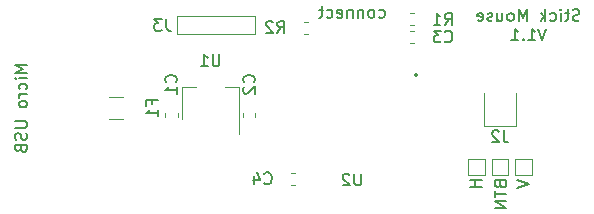
<source format=gbo>
G04 #@! TF.GenerationSoftware,KiCad,Pcbnew,(5.1.5-0-10_14)*
G04 #@! TF.CreationDate,2021-03-21T20:28:06+09:00*
G04 #@! TF.ProjectId,StickMouse,53746963-6b4d-46f7-9573-652e6b696361,V1.1*
G04 #@! TF.SameCoordinates,Original*
G04 #@! TF.FileFunction,Legend,Bot*
G04 #@! TF.FilePolarity,Positive*
%FSLAX46Y46*%
G04 Gerber Fmt 4.6, Leading zero omitted, Abs format (unit mm)*
G04 Created by KiCad (PCBNEW (5.1.5-0-10_14)) date 2021-03-21 20:28:06*
%MOMM*%
%LPD*%
G04 APERTURE LIST*
%ADD10C,0.150000*%
%ADD11C,0.120000*%
%ADD12C,0.200000*%
G04 APERTURE END LIST*
D10*
X-27547619Y3642857D02*
X-28547619Y3642857D01*
X-27833333Y3309523D01*
X-28547619Y2976190D01*
X-27547619Y2976190D01*
X-27547619Y2500000D02*
X-28214285Y2500000D01*
X-28547619Y2500000D02*
X-28500000Y2547619D01*
X-28452380Y2500000D01*
X-28500000Y2452380D01*
X-28547619Y2500000D01*
X-28452380Y2500000D01*
X-27595238Y1595238D02*
X-27547619Y1690476D01*
X-27547619Y1880952D01*
X-27595238Y1976190D01*
X-27642857Y2023809D01*
X-27738095Y2071428D01*
X-28023809Y2071428D01*
X-28119047Y2023809D01*
X-28166666Y1976190D01*
X-28214285Y1880952D01*
X-28214285Y1690476D01*
X-28166666Y1595238D01*
X-27547619Y1166666D02*
X-28214285Y1166666D01*
X-28023809Y1166666D02*
X-28119047Y1119047D01*
X-28166666Y1071428D01*
X-28214285Y976190D01*
X-28214285Y880952D01*
X-27547619Y404761D02*
X-27595238Y500000D01*
X-27642857Y547619D01*
X-27738095Y595238D01*
X-28023809Y595238D01*
X-28119047Y547619D01*
X-28166666Y500000D01*
X-28214285Y404761D01*
X-28214285Y261904D01*
X-28166666Y166666D01*
X-28119047Y119047D01*
X-28023809Y71428D01*
X-27738095Y71428D01*
X-27642857Y119047D01*
X-27595238Y166666D01*
X-27547619Y261904D01*
X-27547619Y404761D01*
X-28547619Y-1119047D02*
X-27738095Y-1119047D01*
X-27642857Y-1166666D01*
X-27595238Y-1214285D01*
X-27547619Y-1309523D01*
X-27547619Y-1500000D01*
X-27595238Y-1595238D01*
X-27642857Y-1642857D01*
X-27738095Y-1690476D01*
X-28547619Y-1690476D01*
X-27595238Y-2119047D02*
X-27547619Y-2261904D01*
X-27547619Y-2500000D01*
X-27595238Y-2595238D01*
X-27642857Y-2642857D01*
X-27738095Y-2690476D01*
X-27833333Y-2690476D01*
X-27928571Y-2642857D01*
X-27976190Y-2595238D01*
X-28023809Y-2500000D01*
X-28071428Y-2309523D01*
X-28119047Y-2214285D01*
X-28166666Y-2166666D01*
X-28261904Y-2119047D01*
X-28357142Y-2119047D01*
X-28452380Y-2166666D01*
X-28500000Y-2214285D01*
X-28547619Y-2309523D01*
X-28547619Y-2547619D01*
X-28500000Y-2690476D01*
X-28071428Y-3452380D02*
X-28023809Y-3595238D01*
X-27976190Y-3642857D01*
X-27880952Y-3690476D01*
X-27738095Y-3690476D01*
X-27642857Y-3642857D01*
X-27595238Y-3595238D01*
X-27547619Y-3500000D01*
X-27547619Y-3119047D01*
X-28547619Y-3119047D01*
X-28547619Y-3452380D01*
X-28500000Y-3547619D01*
X-28452380Y-3595238D01*
X-28357142Y-3642857D01*
X-28261904Y-3642857D01*
X-28166666Y-3595238D01*
X-28119047Y-3547619D01*
X-28071428Y-3452380D01*
X-28071428Y-3119047D01*
X10952380Y-6114285D02*
X9952380Y-6114285D01*
X10428571Y-6114285D02*
X10428571Y-6685714D01*
X10952380Y-6685714D02*
X9952380Y-6685714D01*
X13952380Y-6066666D02*
X14952380Y-6400000D01*
X13952380Y-6733333D01*
X12528571Y-6466666D02*
X12576190Y-6609523D01*
X12623809Y-6657142D01*
X12719047Y-6704761D01*
X12861904Y-6704761D01*
X12957142Y-6657142D01*
X13004761Y-6609523D01*
X13052380Y-6514285D01*
X13052380Y-6133333D01*
X12052380Y-6133333D01*
X12052380Y-6466666D01*
X12100000Y-6561904D01*
X12147619Y-6609523D01*
X12242857Y-6657142D01*
X12338095Y-6657142D01*
X12433333Y-6609523D01*
X12480952Y-6561904D01*
X12528571Y-6466666D01*
X12528571Y-6133333D01*
X12052380Y-6990476D02*
X12052380Y-7561904D01*
X13052380Y-7276190D02*
X12052380Y-7276190D01*
X13052380Y-7895238D02*
X12052380Y-7895238D01*
X13052380Y-8466666D01*
X12052380Y-8466666D01*
X2261904Y7695238D02*
X2357142Y7647619D01*
X2547619Y7647619D01*
X2642857Y7695238D01*
X2690476Y7742857D01*
X2738095Y7838095D01*
X2738095Y8123809D01*
X2690476Y8219047D01*
X2642857Y8266666D01*
X2547619Y8314285D01*
X2357142Y8314285D01*
X2261904Y8266666D01*
X1690476Y7647619D02*
X1785714Y7695238D01*
X1833333Y7742857D01*
X1880952Y7838095D01*
X1880952Y8123809D01*
X1833333Y8219047D01*
X1785714Y8266666D01*
X1690476Y8314285D01*
X1547619Y8314285D01*
X1452380Y8266666D01*
X1404761Y8219047D01*
X1357142Y8123809D01*
X1357142Y7838095D01*
X1404761Y7742857D01*
X1452380Y7695238D01*
X1547619Y7647619D01*
X1690476Y7647619D01*
X928571Y8314285D02*
X928571Y7647619D01*
X928571Y8219047D02*
X880952Y8266666D01*
X785714Y8314285D01*
X642857Y8314285D01*
X547619Y8266666D01*
X499999Y8171428D01*
X499999Y7647619D01*
X23809Y8314285D02*
X23809Y7647619D01*
X23809Y8219047D02*
X-23809Y8266666D01*
X-119047Y8314285D01*
X-261904Y8314285D01*
X-357142Y8266666D01*
X-404761Y8171428D01*
X-404761Y7647619D01*
X-1261904Y7695238D02*
X-1166666Y7647619D01*
X-976190Y7647619D01*
X-880952Y7695238D01*
X-833333Y7790476D01*
X-833333Y8171428D01*
X-880952Y8266666D01*
X-976190Y8314285D01*
X-1166666Y8314285D01*
X-1261904Y8266666D01*
X-1309523Y8171428D01*
X-1309523Y8076190D01*
X-833333Y7980952D01*
X-2166666Y7695238D02*
X-2071428Y7647619D01*
X-1880952Y7647619D01*
X-1785714Y7695238D01*
X-1738095Y7742857D01*
X-1690476Y7838095D01*
X-1690476Y8123809D01*
X-1738095Y8219047D01*
X-1785714Y8266666D01*
X-1880952Y8314285D01*
X-2071428Y8314285D01*
X-2166666Y8266666D01*
X-2452380Y8314285D02*
X-2833333Y8314285D01*
X-2595238Y8647619D02*
X-2595238Y7790476D01*
X-2642857Y7695238D01*
X-2738095Y7647619D01*
X-2833333Y7647619D01*
X19233333Y7420238D02*
X19090476Y7372619D01*
X18852380Y7372619D01*
X18757142Y7420238D01*
X18709523Y7467857D01*
X18661904Y7563095D01*
X18661904Y7658333D01*
X18709523Y7753571D01*
X18757142Y7801190D01*
X18852380Y7848809D01*
X19042857Y7896428D01*
X19138095Y7944047D01*
X19185714Y7991666D01*
X19233333Y8086904D01*
X19233333Y8182142D01*
X19185714Y8277380D01*
X19138095Y8325000D01*
X19042857Y8372619D01*
X18804761Y8372619D01*
X18661904Y8325000D01*
X18376190Y8039285D02*
X17995238Y8039285D01*
X18233333Y8372619D02*
X18233333Y7515476D01*
X18185714Y7420238D01*
X18090476Y7372619D01*
X17995238Y7372619D01*
X17661904Y7372619D02*
X17661904Y8039285D01*
X17661904Y8372619D02*
X17709523Y8325000D01*
X17661904Y8277380D01*
X17614285Y8325000D01*
X17661904Y8372619D01*
X17661904Y8277380D01*
X16757142Y7420238D02*
X16852380Y7372619D01*
X17042857Y7372619D01*
X17138095Y7420238D01*
X17185714Y7467857D01*
X17233333Y7563095D01*
X17233333Y7848809D01*
X17185714Y7944047D01*
X17138095Y7991666D01*
X17042857Y8039285D01*
X16852380Y8039285D01*
X16757142Y7991666D01*
X16328571Y7372619D02*
X16328571Y8372619D01*
X16233333Y7753571D02*
X15947619Y7372619D01*
X15947619Y8039285D02*
X16328571Y7658333D01*
X14757142Y7372619D02*
X14757142Y8372619D01*
X14423809Y7658333D01*
X14090476Y8372619D01*
X14090476Y7372619D01*
X13471428Y7372619D02*
X13566666Y7420238D01*
X13614285Y7467857D01*
X13661904Y7563095D01*
X13661904Y7848809D01*
X13614285Y7944047D01*
X13566666Y7991666D01*
X13471428Y8039285D01*
X13328571Y8039285D01*
X13233333Y7991666D01*
X13185714Y7944047D01*
X13138095Y7848809D01*
X13138095Y7563095D01*
X13185714Y7467857D01*
X13233333Y7420238D01*
X13328571Y7372619D01*
X13471428Y7372619D01*
X12280952Y8039285D02*
X12280952Y7372619D01*
X12709523Y8039285D02*
X12709523Y7515476D01*
X12661904Y7420238D01*
X12566666Y7372619D01*
X12423809Y7372619D01*
X12328571Y7420238D01*
X12280952Y7467857D01*
X11852380Y7420238D02*
X11757142Y7372619D01*
X11566666Y7372619D01*
X11471428Y7420238D01*
X11423809Y7515476D01*
X11423809Y7563095D01*
X11471428Y7658333D01*
X11566666Y7705952D01*
X11709523Y7705952D01*
X11804761Y7753571D01*
X11852380Y7848809D01*
X11852380Y7896428D01*
X11804761Y7991666D01*
X11709523Y8039285D01*
X11566666Y8039285D01*
X11471428Y7991666D01*
X10614285Y7420238D02*
X10709523Y7372619D01*
X10900000Y7372619D01*
X10995238Y7420238D01*
X11042857Y7515476D01*
X11042857Y7896428D01*
X10995238Y7991666D01*
X10900000Y8039285D01*
X10709523Y8039285D01*
X10614285Y7991666D01*
X10566666Y7896428D01*
X10566666Y7801190D01*
X11042857Y7705952D01*
X16423809Y6722619D02*
X16090476Y5722619D01*
X15757142Y6722619D01*
X14900000Y5722619D02*
X15471428Y5722619D01*
X15185714Y5722619D02*
X15185714Y6722619D01*
X15280952Y6579761D01*
X15376190Y6484523D01*
X15471428Y6436904D01*
X14471428Y5817857D02*
X14423809Y5770238D01*
X14471428Y5722619D01*
X14519047Y5770238D01*
X14471428Y5817857D01*
X14471428Y5722619D01*
X13471428Y5722619D02*
X14042857Y5722619D01*
X13757142Y5722619D02*
X13757142Y6722619D01*
X13852380Y6579761D01*
X13947619Y6484523D01*
X14042857Y6436904D01*
D11*
X13850000Y-1500000D02*
X13850000Y1250000D01*
X11150000Y-1500000D02*
X13850000Y-1500000D01*
X11150000Y1250000D02*
X11150000Y-1500000D01*
X9800000Y-4300000D02*
X9800000Y-5700000D01*
X11200000Y-4300000D02*
X9800000Y-4300000D01*
X11200000Y-5700000D02*
X11200000Y-4300000D01*
X9800000Y-5700000D02*
X11200000Y-5700000D01*
X13800000Y-4300000D02*
X13800000Y-5700000D01*
X15200000Y-4300000D02*
X13800000Y-4300000D01*
X15200000Y-5700000D02*
X15200000Y-4300000D01*
X13800000Y-5700000D02*
X15200000Y-5700000D01*
X11800000Y-4300000D02*
X11800000Y-5700000D01*
X13200000Y-4300000D02*
X11800000Y-4300000D01*
X13200000Y-5700000D02*
X13200000Y-4300000D01*
X11800000Y-5700000D02*
X13200000Y-5700000D01*
X-9600000Y1780000D02*
X-10800000Y1780000D01*
X-9600000Y-2220000D02*
X-9600000Y1780000D01*
X-14400000Y1780000D02*
X-14400000Y-920000D01*
X-13200000Y1780000D02*
X-14400000Y1780000D01*
X-8250000Y6250000D02*
X-8250000Y7750000D01*
X-8250000Y7750000D02*
X-14800000Y7750000D01*
X-8250000Y6250000D02*
X-14800000Y6250000D01*
X-14800000Y6250000D02*
X-14800000Y7750000D01*
X-4828733Y-6510000D02*
X-5171267Y-6510000D01*
X-4828733Y-5490000D02*
X-5171267Y-5490000D01*
X-15810000Y-796267D02*
X-15810000Y-453733D01*
X-14790000Y-796267D02*
X-14790000Y-453733D01*
D12*
X5500000Y2800000D02*
G75*
G03X5500000Y2800000I-100000J0D01*
G01*
D11*
X-3703733Y6290000D02*
X-4046267Y6290000D01*
X-3703733Y7310000D02*
X-4046267Y7310000D01*
X4903733Y8010000D02*
X5246267Y8010000D01*
X4903733Y6990000D02*
X5246267Y6990000D01*
X-19397936Y-910000D02*
X-20602064Y-910000D01*
X-19397936Y910000D02*
X-20602064Y910000D01*
X4903733Y6510000D02*
X5246267Y6510000D01*
X4903733Y5490000D02*
X5246267Y5490000D01*
X-9210000Y-796267D02*
X-9210000Y-453733D01*
X-8190000Y-796267D02*
X-8190000Y-453733D01*
D10*
X12833333Y-1902380D02*
X12833333Y-2616666D01*
X12880952Y-2759523D01*
X12976190Y-2854761D01*
X13119047Y-2902380D01*
X13214285Y-2902380D01*
X12404761Y-1997619D02*
X12357142Y-1950000D01*
X12261904Y-1902380D01*
X12023809Y-1902380D01*
X11928571Y-1950000D01*
X11880952Y-1997619D01*
X11833333Y-2092857D01*
X11833333Y-2188095D01*
X11880952Y-2330952D01*
X12452380Y-2902380D01*
X11833333Y-2902380D01*
X-11238095Y4547619D02*
X-11238095Y3738095D01*
X-11285714Y3642857D01*
X-11333333Y3595238D01*
X-11428571Y3547619D01*
X-11619047Y3547619D01*
X-11714285Y3595238D01*
X-11761904Y3642857D01*
X-11809523Y3738095D01*
X-11809523Y4547619D01*
X-12809523Y3547619D02*
X-12238095Y3547619D01*
X-12523809Y3547619D02*
X-12523809Y4547619D01*
X-12428571Y4404761D01*
X-12333333Y4309523D01*
X-12238095Y4261904D01*
X-15766666Y7547619D02*
X-15766666Y6833333D01*
X-15719047Y6690476D01*
X-15623809Y6595238D01*
X-15480952Y6547619D01*
X-15385714Y6547619D01*
X-16147619Y7547619D02*
X-16766666Y7547619D01*
X-16433333Y7166666D01*
X-16576190Y7166666D01*
X-16671428Y7119047D01*
X-16719047Y7071428D01*
X-16766666Y6976190D01*
X-16766666Y6738095D01*
X-16719047Y6642857D01*
X-16671428Y6595238D01*
X-16576190Y6547619D01*
X-16290476Y6547619D01*
X-16195238Y6595238D01*
X-16147619Y6642857D01*
X-7433333Y-6357142D02*
X-7385714Y-6404761D01*
X-7242857Y-6452380D01*
X-7147619Y-6452380D01*
X-7004761Y-6404761D01*
X-6909523Y-6309523D01*
X-6861904Y-6214285D01*
X-6814285Y-6023809D01*
X-6814285Y-5880952D01*
X-6861904Y-5690476D01*
X-6909523Y-5595238D01*
X-7004761Y-5500000D01*
X-7147619Y-5452380D01*
X-7242857Y-5452380D01*
X-7385714Y-5500000D01*
X-7433333Y-5547619D01*
X-8290476Y-5785714D02*
X-8290476Y-6452380D01*
X-8052380Y-5404761D02*
X-7814285Y-6119047D01*
X-8433333Y-6119047D01*
X-14942857Y2166666D02*
X-14895238Y2214285D01*
X-14847619Y2357142D01*
X-14847619Y2452380D01*
X-14895238Y2595238D01*
X-14990476Y2690476D01*
X-15085714Y2738095D01*
X-15276190Y2785714D01*
X-15419047Y2785714D01*
X-15609523Y2738095D01*
X-15704761Y2690476D01*
X-15800000Y2595238D01*
X-15847619Y2452380D01*
X-15847619Y2357142D01*
X-15800000Y2214285D01*
X-15752380Y2166666D01*
X-14847619Y1214285D02*
X-14847619Y1785714D01*
X-14847619Y1500000D02*
X-15847619Y1500000D01*
X-15704761Y1595238D01*
X-15609523Y1690476D01*
X-15561904Y1785714D01*
X761904Y-5552380D02*
X761904Y-6361904D01*
X714285Y-6457142D01*
X666666Y-6504761D01*
X571428Y-6552380D01*
X380952Y-6552380D01*
X285714Y-6504761D01*
X238095Y-6457142D01*
X190476Y-6361904D01*
X190476Y-5552380D01*
X-238095Y-5647619D02*
X-285714Y-5600000D01*
X-380952Y-5552380D01*
X-619047Y-5552380D01*
X-714285Y-5600000D01*
X-761904Y-5647619D01*
X-809523Y-5742857D01*
X-809523Y-5838095D01*
X-761904Y-5980952D01*
X-190476Y-6552380D01*
X-809523Y-6552380D01*
X-6333333Y6347619D02*
X-6000000Y6823809D01*
X-5761904Y6347619D02*
X-5761904Y7347619D01*
X-6142857Y7347619D01*
X-6238095Y7300000D01*
X-6285714Y7252380D01*
X-6333333Y7157142D01*
X-6333333Y7014285D01*
X-6285714Y6919047D01*
X-6238095Y6871428D01*
X-6142857Y6823809D01*
X-5761904Y6823809D01*
X-6714285Y7252380D02*
X-6761904Y7300000D01*
X-6857142Y7347619D01*
X-7095238Y7347619D01*
X-7190476Y7300000D01*
X-7238095Y7252380D01*
X-7285714Y7157142D01*
X-7285714Y7061904D01*
X-7238095Y6919047D01*
X-6666666Y6347619D01*
X-7285714Y6347619D01*
X7841666Y7047619D02*
X8175000Y7523809D01*
X8413095Y7047619D02*
X8413095Y8047619D01*
X8032142Y8047619D01*
X7936904Y8000000D01*
X7889285Y7952380D01*
X7841666Y7857142D01*
X7841666Y7714285D01*
X7889285Y7619047D01*
X7936904Y7571428D01*
X8032142Y7523809D01*
X8413095Y7523809D01*
X6889285Y7047619D02*
X7460714Y7047619D01*
X7175000Y7047619D02*
X7175000Y8047619D01*
X7270238Y7904761D01*
X7365476Y7809523D01*
X7460714Y7761904D01*
X-16971428Y333333D02*
X-16971428Y666666D01*
X-16447619Y666666D02*
X-17447619Y666666D01*
X-17447619Y190476D01*
X-16447619Y-714285D02*
X-16447619Y-142857D01*
X-16447619Y-428571D02*
X-17447619Y-428571D01*
X-17304761Y-333333D01*
X-17209523Y-238095D01*
X-17161904Y-142857D01*
X7841666Y5642857D02*
X7889285Y5595238D01*
X8032142Y5547619D01*
X8127380Y5547619D01*
X8270238Y5595238D01*
X8365476Y5690476D01*
X8413095Y5785714D01*
X8460714Y5976190D01*
X8460714Y6119047D01*
X8413095Y6309523D01*
X8365476Y6404761D01*
X8270238Y6500000D01*
X8127380Y6547619D01*
X8032142Y6547619D01*
X7889285Y6500000D01*
X7841666Y6452380D01*
X7508333Y6547619D02*
X6889285Y6547619D01*
X7222619Y6166666D01*
X7079761Y6166666D01*
X6984523Y6119047D01*
X6936904Y6071428D01*
X6889285Y5976190D01*
X6889285Y5738095D01*
X6936904Y5642857D01*
X6984523Y5595238D01*
X7079761Y5547619D01*
X7365476Y5547619D01*
X7460714Y5595238D01*
X7508333Y5642857D01*
X-8342857Y2166666D02*
X-8295238Y2214285D01*
X-8247619Y2357142D01*
X-8247619Y2452380D01*
X-8295238Y2595238D01*
X-8390476Y2690476D01*
X-8485714Y2738095D01*
X-8676190Y2785714D01*
X-8819047Y2785714D01*
X-9009523Y2738095D01*
X-9104761Y2690476D01*
X-9200000Y2595238D01*
X-9247619Y2452380D01*
X-9247619Y2357142D01*
X-9200000Y2214285D01*
X-9152380Y2166666D01*
X-9152380Y1785714D02*
X-9200000Y1738095D01*
X-9247619Y1642857D01*
X-9247619Y1404761D01*
X-9200000Y1309523D01*
X-9152380Y1261904D01*
X-9057142Y1214285D01*
X-8961904Y1214285D01*
X-8819047Y1261904D01*
X-8247619Y1833333D01*
X-8247619Y1214285D01*
M02*

</source>
